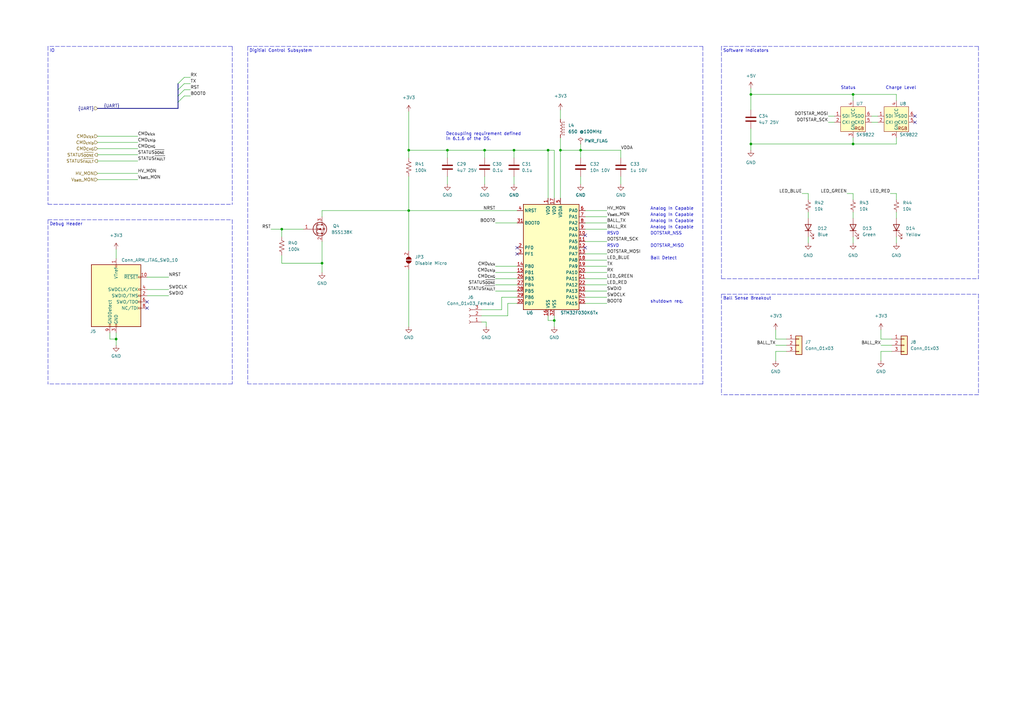
<source format=kicad_sch>
(kicad_sch (version 20211123) (generator eeschema)
  (paper "A3")
  (title_block (title "Kicker Board") (date "2023-02-03") (rev "v1.0.0") (company "A-Team") (comment 1 "Author: W. Stuckey"))
  (lib_symbols
    (symbol "AT-LED:SK9822"
      (property "Reference" "U" (at 1.27 6.35 0))
      (property "Value" "SK9822" (at 5.08 -6.35 0))
      (symbol "SK9822_0_0"
        (text "RGB" (at 2.54 -3.81 0) (effects (font (size 1.27 1.27))))
      )
      (symbol "SK9822_0_1"
        (rectangle (start -5.08 5.08) (end 5.08 -5.08) (stroke (width 0.1524)) (fill (type background)))
      )
      (symbol "SK9822_1_1"
        (pin input line (at -7.62 1.27 0) (length 2.54) (name "SDI") (number "1"))
        (pin input line (at -7.62 -1.27 0) (length 2.54) (name "CKI") (number "2"))
        (pin power_in line (at 0 -7.62 90) (length 2.54) (name "GND") (number "3"))
        (pin power_in line (at 0 7.62 270) (length 2.54) (name "VCC") (number "4"))
        (pin output line (at 7.62 -1.27 180) (length 2.54) (name "CKO") (number "5"))
        (pin output line (at 7.62 1.27 180) (length 2.54) (name "SDO") (number "6"))
      )
    )
    (symbol "Connector:Conn_01x03_Female" (pin_names (offset 1.016) hide)
      (property "Reference" "J" (at 0 5.08 0))
      (property "Value" "Conn_01x03_Female" (at 0 -5.08 0))
      (symbol "Conn_01x03_Female_1_1"
        (arc (start 0 -2.032) (mid -0.508 -2.54) (end 0 -3.048) (stroke (width 0.1524)))
        (polyline (pts (xy -1.27 -2.54) (xy -0.508 -2.54)) (stroke (width 0.1524)))
        (polyline (pts (xy -1.27 0) (xy -0.508 0)) (stroke (width 0.1524)))
        (polyline (pts (xy -1.27 2.54) (xy -0.508 2.54)) (stroke (width 0.1524)))
        (arc (start 0 0.508) (mid -0.508 0) (end 0 -0.508) (stroke (width 0.1524)))
        (arc (start 0 3.048) (mid -0.508 2.54) (end 0 2.032) (stroke (width 0.1524)))
        (pin passive line (at -5.08 2.54 0) (length 3.81) (name "Pin_1") (number "1"))
        (pin passive line (at -5.08 0 0) (length 3.81) (name "Pin_2") (number "2"))
        (pin passive line (at -5.08 -2.54 0) (length 3.81) (name "Pin_3") (number "3"))
      )
    )
    (symbol "Connector:Conn_ARM_JTAG_SWD_10" (pin_names (offset 1.016))
      (property "Reference" "J" (at -2.54 16.51 0))
      (property "Value" "Conn_ARM_JTAG_SWD_10" (at -2.54 13.97 0))
      (symbol "Conn_ARM_JTAG_SWD_10_0_1"
        (rectangle (start -10.16 12.7) (end 10.16 -12.7) (stroke (width 0.254)) (fill (type background)))
        (rectangle (start -2.794 -12.7) (end -2.286 -11.684))
        (rectangle (start -0.254 -12.7) (end 0.254 -11.684))
        (rectangle (start -0.254 12.7) (end 0.254 11.684))
        (rectangle (start 9.144 2.286) (end 10.16 2.794))
        (rectangle (start 10.16 -2.794) (end 9.144 -2.286))
        (rectangle (start 10.16 -0.254) (end 9.144 0.254))
        (rectangle (start 10.16 7.874) (end 9.144 7.366))
      )
      (symbol "Conn_ARM_JTAG_SWD_10_1_1"
        (rectangle (start 9.144 -5.334) (end 10.16 -4.826))
        (pin power_in line (at 0 15.24 270) (length 2.54) (name "VTref") (number "1"))
        (pin open_collector line (at 12.7 7.62 180) (length 2.54) (name "~{RESET}") (number "10"))
        (pin bidirectional line (at 12.7 0 180) (length 2.54) (name "SWDIO/TMS") (number "2"))
        (pin power_in line (at 0 -15.24 90) (length 2.54) (name "GND") (number "3"))
        (pin output line (at 12.7 2.54 180) (length 2.54) (name "SWDCLK/TCK") (number "4"))
        (pin passive line (at 0 -15.24 90) (length 2.54) hide (name "GND") (number "5"))
        (pin input line (at 12.7 -2.54 180) (length 2.54) (name "SWO/TDO") (number "6"))
        (pin no_connect line (at -10.16 0 0) (length 2.54) hide (name "KEY") (number "7"))
        (pin output line (at 12.7 -5.08 180) (length 2.54) (name "NC/TDI") (number "8"))
        (pin passive line (at -2.54 -15.24 90) (length 2.54) (name "GNDDetect") (number "9"))
      )
    )
    (symbol "Connector_Generic:Conn_01x03" (pin_names (offset 1.016) hide)
      (property "Reference" "J" (at 0 5.08 0))
      (property "Value" "Conn_01x03" (at 0 -5.08 0))
      (symbol "Conn_01x03_1_1"
        (rectangle (start -1.27 -2.413) (end 0 -2.667) (stroke (width 0.1524)))
        (rectangle (start -1.27 0.127) (end 0 -0.127) (stroke (width 0.1524)))
        (rectangle (start -1.27 2.667) (end 0 2.413) (stroke (width 0.1524)))
        (rectangle (start -1.27 3.81) (end 1.27 -3.81) (stroke (width 0.254)) (fill (type background)))
        (pin passive line (at -5.08 2.54 0) (length 3.81) (name "Pin_1") (number "1"))
        (pin passive line (at -5.08 0 0) (length 3.81) (name "Pin_2") (number "2"))
        (pin passive line (at -5.08 -2.54 0) (length 3.81) (name "Pin_3") (number "3"))
      )
    )
    (symbol "Device:C" (pin_numbers hide) (pin_names (offset 0.254))
      (property "Reference" "C" (at 0.635 2.54 0))
      (property "Value" "C" (at 0.635 -2.54 0))
      (symbol "C_0_1"
        (polyline (pts (xy -2.032 -0.762) (xy 2.032 -0.762)) (stroke (width 0.508)))
        (polyline (pts (xy -2.032 0.762) (xy 2.032 0.762)) (stroke (width 0.508)))
      )
      (symbol "C_1_1"
        (pin passive line (at 0 3.81 270) (length 2.794) (name "~") (number "1"))
        (pin passive line (at 0 -3.81 90) (length 2.794) (name "~") (number "2"))
      )
    )
    (symbol "Device:LED" (pin_numbers hide) (pin_names (offset 1.016) hide)
      (property "Reference" "D" (at 0 2.54 0))
      (property "Value" "LED" (at 0 -2.54 0))
      (symbol "LED_0_1"
        (polyline (pts (xy -1.27 -1.27) (xy -1.27 1.27)) (stroke (width 0.254)))
        (polyline (pts (xy -1.27 0) (xy 1.27 0)))
        (polyline (pts (xy 1.27 -1.27) (xy 1.27 1.27) (xy -1.27 0) (xy 1.27 -1.27)) (stroke (width 0.254)))
        (polyline (pts (xy -3.048 -0.762) (xy -4.572 -2.286) (xy -3.81 -2.286) (xy -4.572 -2.286) (xy -4.572 -1.524)))
        (polyline (pts (xy -1.778 -0.762) (xy -3.302 -2.286) (xy -2.54 -2.286) (xy -3.302 -2.286) (xy -3.302 -1.524)))
      )
      (symbol "LED_1_1"
        (pin passive line (at -3.81 0 0) (length 2.54) (name "K") (number "1"))
        (pin passive line (at 3.81 0 180) (length 2.54) (name "A") (number "2"))
      )
    )
    (symbol "Device:L_Ferrite" (pin_numbers hide) (pin_names (offset 1.016) hide)
      (property "Reference" "L" (at -1.27 0 90))
      (property "Value" "L_Ferrite" (at 2.794 0 90))
      (symbol "L_Ferrite_0_1"
        (arc (start 0 -2.54) (mid 0.635 -1.905) (end 0 -1.27))
        (arc (start 0 -1.27) (mid 0.635 -0.635) (end 0 0))
        (polyline (pts (xy 1.016 -2.794) (xy 1.016 -2.286)))
        (polyline (pts (xy 1.016 -1.778) (xy 1.016 -1.27)))
        (polyline (pts (xy 1.016 -0.762) (xy 1.016 -0.254)))
        (polyline (pts (xy 1.016 0.254) (xy 1.016 0.762)))
        (polyline (pts (xy 1.016 1.27) (xy 1.016 1.778)))
        (polyline (pts (xy 1.016 2.286) (xy 1.016 2.794)))
        (polyline (pts (xy 1.524 -2.286) (xy 1.524 -2.794)))
        (polyline (pts (xy 1.524 -1.27) (xy 1.524 -1.778)))
        (polyline (pts (xy 1.524 -0.254) (xy 1.524 -0.762)))
        (polyline (pts (xy 1.524 0.762) (xy 1.524 0.254)))
        (polyline (pts (xy 1.524 1.778) (xy 1.524 1.27)))
        (polyline (pts (xy 1.524 2.794) (xy 1.524 2.286)))
        (arc (start 0 0) (mid 0.635 0.635) (end 0 1.27))
        (arc (start 0 1.27) (mid 0.635 1.905) (end 0 2.54))
      )
      (symbol "L_Ferrite_1_1"
        (pin passive line (at 0 3.81 270) (length 1.27) (name "1") (number "1"))
        (pin passive line (at 0 -3.81 90) (length 1.27) (name "2") (number "2"))
      )
    )
    (symbol "Device:Q_NMOS_GSD" (pin_names (offset 0) hide)
      (property "Reference" "Q" (at 5.08 1.27 0))
      (property "Value" "Q_NMOS_GSD" (at 5.08 -1.27 0))
      (symbol "Q_NMOS_GSD_0_1"
        (polyline (pts (xy 0.254 0) (xy -2.54 0)))
        (polyline (pts (xy 0.254 1.905) (xy 0.254 -1.905)) (stroke (width 0.254)))
        (polyline (pts (xy 0.762 -1.27) (xy 0.762 -2.286)) (stroke (width 0.254)))
        (polyline (pts (xy 0.762 0.508) (xy 0.762 -0.508)) (stroke (width 0.254)))
        (polyline (pts (xy 0.762 2.286) (xy 0.762 1.27)) (stroke (width 0.254)))
        (polyline (pts (xy 2.54 2.54) (xy 2.54 1.778)))
        (polyline (pts (xy 2.54 -2.54) (xy 2.54 0) (xy 0.762 0)))
        (polyline (pts (xy 0.762 -1.778) (xy 3.302 -1.778) (xy 3.302 1.778) (xy 0.762 1.778)))
        (polyline (pts (xy 1.016 0) (xy 2.032 0.381) (xy 2.032 -0.381) (xy 1.016 0)) (fill (type outline)))
        (polyline (pts (xy 2.794 0.508) (xy 2.921 0.381) (xy 3.683 0.381) (xy 3.81 0.254)))
        (polyline (pts (xy 3.302 0.381) (xy 2.921 -0.254) (xy 3.683 -0.254) (xy 3.302 0.381)))
        (circle (center 1.651 0) (radius 2.794) (stroke (width 0.254)))
        (circle (center 2.54 -1.778) (radius 0.254) (fill (type outline)))
        (circle (center 2.54 1.778) (radius 0.254) (fill (type outline)))
      )
      (symbol "Q_NMOS_GSD_1_1"
        (pin input line (at -5.08 0 0) (length 2.54) (name "G") (number "1"))
        (pin passive line (at 2.54 -5.08 90) (length 2.54) (name "S") (number "2"))
        (pin passive line (at 2.54 5.08 270) (length 2.54) (name "D") (number "3"))
      )
    )
    (symbol "Device:R_Small_US" (pin_numbers hide) (pin_names (offset 0.254) hide)
      (property "Reference" "R" (at 0.762 0.508 0))
      (property "Value" "R_Small_US" (at 0.762 -1.016 0))
      (symbol "R_Small_US_1_1"
        (polyline (pts (xy 0 0) (xy 1.016 -0.381) (xy 0 -0.762) (xy -1.016 -1.143) (xy 0 -1.524)))
        (polyline (pts (xy 0 1.524) (xy 1.016 1.143) (xy 0 0.762) (xy -1.016 0.381) (xy 0 0)))
        (pin passive line (at 0 2.54 270) (length 1.016) (name "~") (number "1"))
        (pin passive line (at 0 -2.54 90) (length 1.016) (name "~") (number "2"))
      )
    )
    (symbol "Device:R_US" (pin_numbers hide) (pin_names (offset 0))
      (property "Reference" "R" (at 2.54 0 90))
      (property "Value" "R_US" (at -2.54 0 90))
      (symbol "R_US_0_1"
        (polyline (pts (xy 0 -2.286) (xy 0 -2.54)))
        (polyline (pts (xy 0 2.286) (xy 0 2.54)))
        (polyline (pts (xy 0 -0.762) (xy 1.016 -1.143) (xy 0 -1.524) (xy -1.016 -1.905) (xy 0 -2.286)))
        (polyline (pts (xy 0 0.762) (xy 1.016 0.381) (xy 0 0) (xy -1.016 -0.381) (xy 0 -0.762)))
        (polyline (pts (xy 0 2.286) (xy 1.016 1.905) (xy 0 1.524) (xy -1.016 1.143) (xy 0 0.762)))
      )
      (symbol "R_US_1_1"
        (pin passive line (at 0 3.81 270) (length 1.27) (name "~") (number "1"))
        (pin passive line (at 0 -3.81 90) (length 1.27) (name "~") (number "2"))
      )
    )
    (symbol "Jumper:SolderJumper_2_Open" (pin_names (offset 0) hide)
      (property "Reference" "JP" (at 0 2.032 0))
      (property "Value" "SolderJumper_2_Open" (at 0 -2.54 0))
      (symbol "SolderJumper_2_Open_0_1"
        (arc (start -0.254 1.016) (mid -1.27 0) (end -0.254 -1.016))
        (arc (start -0.254 1.016) (mid -1.27 0) (end -0.254 -1.016) (fill (type outline)))
        (polyline (pts (xy -0.254 1.016) (xy -0.254 -1.016)))
        (polyline (pts (xy 0.254 1.016) (xy 0.254 -1.016)))
        (arc (start 0.254 -1.016) (mid 1.27 0) (end 0.254 1.016))
        (arc (start 0.254 -1.016) (mid 1.27 0) (end 0.254 1.016) (fill (type outline)))
      )
      (symbol "SolderJumper_2_Open_1_1"
        (pin passive line (at -3.81 0 0) (length 2.54) (name "A") (number "1"))
        (pin passive line (at 3.81 0 180) (length 2.54) (name "B") (number "2"))
      )
    )
    (symbol "MCU_ST_STM32F0:STM32F030K6Tx"
      (property "Reference" "U" (at -12.7 21.59 0))
      (property "Value" "STM32F030K6Tx" (at 5.08 21.59 0))
      (symbol "STM32F030K6Tx_0_1"
        (rectangle (start -12.7 -22.86) (end 10.16 20.32) (stroke (width 0.254)) (fill (type background)))
      )
      (symbol "STM32F030K6Tx_1_1"
        (pin power_in line (at -2.54 22.86 270) (length 2.54) (name "VDD") (number "1"))
        (pin bidirectional line (at 12.7 7.62 180) (length 2.54) (name "PA4") (number "10"))
        (pin bidirectional line (at 12.7 5.08 180) (length 2.54) (name "PA5") (number "11"))
        (pin bidirectional line (at 12.7 2.54 180) (length 2.54) (name "PA6") (number "12"))
        (pin bidirectional line (at 12.7 0 180) (length 2.54) (name "PA7") (number "13"))
        (pin bidirectional line (at -15.24 -5.08 0) (length 2.54) (name "PB0") (number "14"))
        (pin bidirectional line (at -15.24 -7.62 0) (length 2.54) (name "PB1") (number "15"))
        (pin power_in line (at -2.54 -25.4 90) (length 2.54) (name "VSS") (number "16"))
        (pin power_in line (at 0 22.86 270) (length 2.54) (name "VDD") (number "17"))
        (pin bidirectional line (at 12.7 -2.54 180) (length 2.54) (name "PA8") (number "18"))
        (pin bidirectional line (at 12.7 -5.08 180) (length 2.54) (name "PA9") (number "19"))
        (pin input line (at -15.24 2.54 0) (length 2.54) (name "PF0") (number "2"))
        (pin bidirectional line (at 12.7 -7.62 180) (length 2.54) (name "PA10") (number "20"))
        (pin bidirectional line (at 12.7 -10.16 180) (length 2.54) (name "PA11") (number "21"))
        (pin bidirectional line (at 12.7 -12.7 180) (length 2.54) (name "PA12") (number "22"))
        (pin bidirectional line (at 12.7 -15.24 180) (length 2.54) (name "PA13") (number "23"))
        (pin bidirectional line (at 12.7 -17.78 180) (length 2.54) (name "PA14") (number "24"))
        (pin bidirectional line (at 12.7 -20.32 180) (length 2.54) (name "PA15") (number "25"))
        (pin bidirectional line (at -15.24 -10.16 0) (length 2.54) (name "PB3") (number "26"))
        (pin bidirectional line (at -15.24 -12.7 0) (length 2.54) (name "PB4") (number "27"))
        (pin bidirectional line (at -15.24 -15.24 0) (length 2.54) (name "PB5") (number "28"))
        (pin bidirectional line (at -15.24 -17.78 0) (length 2.54) (name "PB6") (number "29"))
        (pin input line (at -15.24 0 0) (length 2.54) (name "PF1") (number "3"))
        (pin bidirectional line (at -15.24 -20.32 0) (length 2.54) (name "PB7") (number "30"))
        (pin input line (at -15.24 12.7 0) (length 2.54) (name "BOOT0") (number "31"))
        (pin power_in line (at 0 -25.4 90) (length 2.54) (name "VSS") (number "32"))
        (pin input line (at -15.24 17.78 0) (length 2.54) (name "NRST") (number "4"))
        (pin power_in line (at 2.54 22.86 270) (length 2.54) (name "VDDA") (number "5"))
        (pin bidirectional line (at 12.7 17.78 180) (length 2.54) (name "PA0") (number "6"))
        (pin bidirectional line (at 12.7 15.24 180) (length 2.54) (name "PA1") (number "7"))
        (pin bidirectional line (at 12.7 12.7 180) (length 2.54) (name "PA2") (number "8"))
        (pin bidirectional line (at 12.7 10.16 180) (length 2.54) (name "PA3") (number "9"))
      )
    )
    (symbol "power:+3.3V" (power) (pin_names (offset 0))
      (property "Value" "+3.3V" (at 0 3.556 0))
      (symbol "+3.3V_0_1"
        (polyline (pts (xy -0.762 1.27) (xy 0 2.54)))
        (polyline (pts (xy 0 0) (xy 0 2.54)))
        (polyline (pts (xy 0 2.54) (xy 0.762 1.27)))
      )
      (symbol "+3.3V_1_1"
        (pin power_in line (at 0 0 90) (length 0) hide (name "+3V3") (number "1"))
      )
    )
    (symbol "power:+5V" (power) (pin_names (offset 0))
      (property "Value" "+5V" (at 0 3.556 0))
      (symbol "+5V_0_1"
        (polyline (pts (xy -0.762 1.27) (xy 0 2.54)))
        (polyline (pts (xy 0 0) (xy 0 2.54)))
        (polyline (pts (xy 0 2.54) (xy 0.762 1.27)))
      )
      (symbol "+5V_1_1"
        (pin power_in line (at 0 0 90) (length 0) hide (name "+5V") (number "1"))
      )
    )
    (symbol "power:GND" (power) (pin_names (offset 0))
      (property "Value" "GND" (at 0 -3.81 0))
      (symbol "GND_0_1"
        (polyline (pts (xy 0 0) (xy 0 -1.27) (xy 1.27 -1.27) (xy 0 -2.54) (xy -1.27 -1.27) (xy 0 -1.27)))
      )
      (symbol "GND_1_1"
        (pin power_in line (at 0 0 270) (length 0) hide (name "GND") (number "1"))
      )
    )
    (symbol "power:PWR_FLAG" (power) (pin_numbers hide) (pin_names (offset 0) hide)
      (property "Value" "PWR_FLAG" (at 0 3.81 0))
      (symbol "PWR_FLAG_0_0"
        (pin power_out line (at 0 0 90) (length 0) (name "pwr") (number "1"))
      )
      (symbol "PWR_FLAG_0_1"
        (polyline (pts (xy 0 0) (xy 0 1.27) (xy -1.016 1.905) (xy 0 2.54) (xy 1.016 1.905) (xy 0 1.27)))
      )
    )
  )
  (junction (at 349.885 38.735))
  (junction (at 167.64 61.595))
  (junction (at 238.125 61.595))
  (junction (at 224.79 61.595))
  (junction (at 349.885 59.055))
  (junction (at 167.64 86.36))
  (junction (at 183.515 61.595))
  (junction (at 307.975 38.735))
  (junction (at 132.08 107.95))
  (junction (at 198.755 61.595))
  (junction (at 115.57 93.98))
  (junction (at 307.975 59.055))
  (junction (at 210.82 61.595))
  (junction (at 227.33 131.445))
  (junction (at 229.87 61.595))
  (junction (at 47.625 139.065))
  (no_connect (at 60.325 126.365))
  (no_connect (at 60.325 123.825))
  (no_connect (at 375.285 47.625))
  (no_connect (at 375.285 50.165))
  (no_connect (at 212.09 101.6))
  (no_connect (at 212.09 104.14))
  (no_connect (at 240.03 101.6))
  (no_connect (at 240.03 96.52))
  (bus_entry (at 73.025 39.37) (size 2.54 -2.54))
  (bus_entry (at 73.025 41.91) (size 2.54 -2.54))
  (bus_entry (at 73.025 34.29) (size 2.54 -2.54))
  (bus_entry (at 73.025 36.83) (size 2.54 -2.54))
  (wire (pts (xy 132.08 86.36) (xy 132.08 88.9)))
  (wire (pts (xy 240.03 114.3) (xy 248.92 114.3)))
  (wire (pts (xy 167.64 72.39) (xy 167.64 86.36)))
  (wire (pts (xy 60.325 121.285) (xy 69.215 121.285)))
  (wire (pts (xy 60.325 118.745) (xy 69.215 118.745)))
  (wire (pts (xy 349.885 97.155) (xy 349.885 99.695)))
  (wire (pts (xy 75.565 39.37) (xy 78.105 39.37)))
  (wire (pts (xy 307.975 59.055) (xy 307.975 61.595)))
  (wire (pts (xy 40.005 63.5) (xy 56.515 63.5)))
  (bus (pts (xy 73.025 39.37) (xy 73.025 41.91)))
  (wire (pts (xy 349.885 79.375) (xy 349.885 81.915)))
  (wire (pts (xy 47.625 139.065) (xy 47.625 141.605)))
  (wire (pts (xy 210.82 72.39) (xy 210.82 75.565)))
  (wire (pts (xy 115.57 107.95) (xy 132.08 107.95)))
  (wire (pts (xy 198.755 72.39) (xy 198.755 75.565)))
  (wire (pts (xy 307.975 38.735) (xy 307.975 45.085)))
  (wire (pts (xy 203.2 116.84) (xy 212.09 116.84)))
  (wire (pts (xy 240.03 93.98) (xy 248.92 93.98)))
  (wire (pts (xy 227.33 131.445) (xy 227.33 133.985)))
  (wire (pts (xy 167.64 45.72) (xy 167.64 61.595)))
  (wire (pts (xy 229.87 45.085) (xy 229.87 48.895)))
  (wire (pts (xy 167.64 110.49) (xy 167.64 133.985)))
  (wire (pts (xy 367.665 79.375) (xy 367.665 81.915)))
  (wire (pts (xy 238.125 61.595) (xy 238.125 64.77)))
  (wire (pts (xy 40.005 73.66) (xy 56.515 73.66)))
  (bus (pts (xy 40.005 44.45) (xy 73.025 44.45)))
  (wire (pts (xy 367.665 56.515) (xy 367.665 59.055)))
  (wire (pts (xy 75.565 31.75) (xy 78.105 31.75)))
  (wire (pts (xy 199.39 132.08) (xy 197.485 132.08)))
  (wire (pts (xy 349.885 86.995) (xy 349.885 89.535)))
  (wire (pts (xy 331.47 97.155) (xy 331.47 99.695)))
  (polyline (pts (xy 295.91 120.65) (xy 401.32 120.65)))
  (wire (pts (xy 361.315 139.065) (xy 365.76 139.065)))
  (polyline (pts (xy 95.25 19.05) (xy 19.685 19.05)))
  (wire (pts (xy 240.03 121.92) (xy 248.92 121.92)))
  (wire (pts (xy 45.085 139.065) (xy 47.625 139.065)))
  (bus (pts (xy 73.025 36.83) (xy 73.025 39.37)))
  (wire (pts (xy 318.135 144.145) (xy 322.58 144.145)))
  (wire (pts (xy 347.345 79.375) (xy 349.885 79.375)))
  (wire (pts (xy 60.325 113.665) (xy 69.215 113.665)))
  (wire (pts (xy 208.28 124.46) (xy 208.28 129.54)))
  (wire (pts (xy 307.975 52.705) (xy 307.975 59.055)))
  (polyline (pts (xy 401.32 19.05) (xy 401.32 114.3)))
  (wire (pts (xy 167.64 86.36) (xy 212.09 86.36)))
  (wire (pts (xy 198.755 61.595) (xy 198.755 64.77)))
  (wire (pts (xy 40.005 55.88) (xy 56.515 55.88)))
  (wire (pts (xy 240.03 99.06) (xy 248.92 99.06)))
  (polyline (pts (xy 295.91 114.3) (xy 401.32 114.3)))
  (wire (pts (xy 183.515 72.39) (xy 183.515 75.565)))
  (wire (pts (xy 203.2 119.38) (xy 212.09 119.38)))
  (wire (pts (xy 203.2 109.22) (xy 212.09 109.22)))
  (wire (pts (xy 360.045 47.625) (xy 357.505 47.625)))
  (wire (pts (xy 307.975 59.055) (xy 349.885 59.055)))
  (wire (pts (xy 132.08 86.36) (xy 167.64 86.36)))
  (polyline (pts (xy 288.29 19.05) (xy 288.29 157.48)))
  (wire (pts (xy 40.005 60.96) (xy 56.515 60.96)))
  (wire (pts (xy 224.79 81.28) (xy 224.79 61.595)))
  (polyline (pts (xy 95.25 19.05) (xy 95.25 83.82)))
  (wire (pts (xy 212.09 124.46) (xy 208.28 124.46)))
  (wire (pts (xy 318.135 135.255) (xy 318.135 139.065)))
  (polyline (pts (xy 101.6 19.05) (xy 101.6 157.48)))
  (wire (pts (xy 227.33 61.595) (xy 224.79 61.595)))
  (wire (pts (xy 240.03 106.68) (xy 248.92 106.68)))
  (polyline (pts (xy 401.32 19.05) (xy 295.91 19.05)))
  (wire (pts (xy 361.315 147.955) (xy 361.315 144.145)))
  (wire (pts (xy 248.92 124.46) (xy 240.03 124.46)))
  (wire (pts (xy 45.085 136.525) (xy 45.085 139.065)))
  (wire (pts (xy 238.125 72.39) (xy 238.125 75.565)))
  (wire (pts (xy 115.57 93.98) (xy 124.46 93.98)))
  (wire (pts (xy 361.315 141.605) (xy 365.76 141.605)))
  (polyline (pts (xy 19.685 83.82) (xy 95.25 83.82)))
  (wire (pts (xy 183.515 61.595) (xy 167.64 61.595)))
  (wire (pts (xy 240.03 86.36) (xy 248.92 86.36)))
  (wire (pts (xy 331.47 79.375) (xy 331.47 81.915)))
  (wire (pts (xy 240.03 111.76) (xy 248.92 111.76)))
  (wire (pts (xy 361.315 135.255) (xy 361.315 139.065)))
  (wire (pts (xy 167.64 86.36) (xy 167.64 102.87)))
  (wire (pts (xy 210.82 61.595) (xy 210.82 64.77)))
  (wire (pts (xy 115.57 93.98) (xy 115.57 97.155)))
  (wire (pts (xy 254.635 61.595) (xy 254.635 64.77)))
  (polyline (pts (xy 19.685 90.17) (xy 95.25 90.17)))
  (wire (pts (xy 339.725 47.625) (xy 342.265 47.625)))
  (wire (pts (xy 318.135 147.955) (xy 318.135 144.145)))
  (wire (pts (xy 361.315 144.145) (xy 365.76 144.145)))
  (wire (pts (xy 349.885 38.735) (xy 367.665 38.735)))
  (wire (pts (xy 339.725 50.165) (xy 342.265 50.165)))
  (wire (pts (xy 132.08 107.95) (xy 132.08 111.76)))
  (wire (pts (xy 47.625 102.235) (xy 47.625 106.045)))
  (wire (pts (xy 328.93 79.375) (xy 331.47 79.375)))
  (wire (pts (xy 210.82 61.595) (xy 198.755 61.595)))
  (wire (pts (xy 212.09 121.92) (xy 205.74 121.92)))
  (wire (pts (xy 367.665 86.995) (xy 367.665 89.535)))
  (wire (pts (xy 75.565 34.29) (xy 78.105 34.29)))
  (wire (pts (xy 167.64 61.595) (xy 167.64 64.77)))
  (wire (pts (xy 229.87 61.595) (xy 238.125 61.595)))
  (wire (pts (xy 240.03 119.38) (xy 248.92 119.38)))
  (wire (pts (xy 367.665 97.155) (xy 367.665 99.695)))
  (wire (pts (xy 205.74 127) (xy 197.485 127)))
  (wire (pts (xy 349.885 56.515) (xy 349.885 59.055)))
  (wire (pts (xy 203.2 114.3) (xy 212.09 114.3)))
  (polyline (pts (xy 401.32 120.65) (xy 401.32 161.925)))
  (wire (pts (xy 240.03 109.22) (xy 248.92 109.22)))
  (wire (pts (xy 75.565 36.83) (xy 78.105 36.83)))
  (wire (pts (xy 229.87 81.28) (xy 229.87 61.595)))
  (polyline (pts (xy 295.91 19.05) (xy 295.91 114.3)))
  (wire (pts (xy 349.885 38.735) (xy 349.885 41.275)))
  (wire (pts (xy 115.57 104.775) (xy 115.57 107.95)))
  (polyline (pts (xy 19.685 19.05) (xy 19.685 83.82)))
  (wire (pts (xy 203.2 111.76) (xy 212.09 111.76)))
  (polyline (pts (xy 295.91 120.65) (xy 295.91 161.925)))
  (wire (pts (xy 318.135 141.605) (xy 322.58 141.605)))
  (bus (pts (xy 73.025 34.29) (xy 73.025 36.83)))
  (wire (pts (xy 205.74 121.92) (xy 205.74 127)))
  (wire (pts (xy 40.005 71.12) (xy 56.515 71.12)))
  (wire (pts (xy 203.2 91.44) (xy 212.09 91.44)))
  (polyline (pts (xy 288.29 157.48) (xy 101.6 157.48)))
  (wire (pts (xy 47.625 136.525) (xy 47.625 139.065)))
  (wire (pts (xy 318.135 139.065) (xy 322.58 139.065)))
  (wire (pts (xy 183.515 61.595) (xy 183.515 64.77)))
  (wire (pts (xy 240.03 91.44) (xy 248.92 91.44)))
  (wire (pts (xy 240.03 104.14) (xy 248.92 104.14)))
  (wire (pts (xy 365.125 79.375) (xy 367.665 79.375)))
  (wire (pts (xy 229.87 61.595) (xy 229.87 56.515)))
  (bus (pts (xy 73.025 41.91) (xy 73.025 44.45)))
  (wire (pts (xy 240.03 116.84) (xy 248.92 116.84)))
  (polyline (pts (xy 95.25 90.17) (xy 95.25 157.48)))
  (wire (pts (xy 360.045 50.165) (xy 357.505 50.165)))
  (polyline (pts (xy 95.25 157.48) (xy 19.685 157.48)))
  (wire (pts (xy 349.885 59.055) (xy 367.665 59.055)))
  (wire (pts (xy 199.39 133.985) (xy 199.39 132.08)))
  (polyline (pts (xy 401.32 161.925) (xy 295.91 161.925)))
  (wire (pts (xy 254.635 72.39) (xy 254.635 75.565)))
  (wire (pts (xy 208.28 129.54) (xy 197.485 129.54)))
  (wire (pts (xy 227.33 129.54) (xy 227.33 131.445)))
  (wire (pts (xy 240.03 88.9) (xy 248.92 88.9)))
  (wire (pts (xy 224.79 61.595) (xy 210.82 61.595)))
  (wire (pts (xy 40.005 58.42) (xy 56.515 58.42)))
  (wire (pts (xy 40.005 66.04) (xy 56.515 66.04)))
  (wire (pts (xy 224.79 129.54) (xy 224.79 131.445)))
  (wire (pts (xy 307.975 38.735) (xy 349.885 38.735)))
  (wire (pts (xy 238.125 59.055) (xy 238.125 61.595)))
  (polyline (pts (xy 101.6 19.05) (xy 288.29 19.05)))
  (wire (pts (xy 111.125 93.98) (xy 115.57 93.98)))
  (wire (pts (xy 132.08 99.06) (xy 132.08 107.95)))
  (wire (pts (xy 198.755 61.595) (xy 183.515 61.595)))
  (wire (pts (xy 238.125 61.595) (xy 254.635 61.595)))
  (wire (pts (xy 307.975 36.195) (xy 307.975 38.735)))
  (wire (pts (xy 227.33 81.28) (xy 227.33 61.595)))
  (wire (pts (xy 367.665 38.735) (xy 367.665 41.275)))
  (wire (pts (xy 224.79 131.445) (xy 227.33 131.445)))
  (polyline (pts (xy 19.685 90.17) (xy 19.685 157.48)))
  (wire (pts (xy 331.47 86.995) (xy 331.47 89.535)))
  (text "shutdown req." (at 266.7 124.46 0) (effects (font (size 1.27 1.27)) (justify left bottom)))
  (text "Analog In Capable" (at 266.7 88.9 0) (effects (font (size 1.27 1.27)) (justify left bottom)))
  (text "Analog In Capable" (at 266.7 86.36 0) (effects (font (size 1.27 1.27)) (justify left bottom)))
  (text "Ball Sense Breakout" (at 296.545 123.19 0) (effects (font (size 1.27 1.27)) (justify left bottom)))
  (text "Debug Header" (at 20.32 92.71 0) (effects (font (size 1.27 1.27)) (justify left bottom)))
  (text "DOTSTAR_NSS" (at 266.7 96.52 0) (effects (font (size 1.27 1.27)) (justify left bottom)))
  (text "Analog In Capable" (at 266.7 91.44 0) (effects (font (size 1.27 1.27)) (justify left bottom)))
  (text "Charge Level" (at 363.22 36.83 0) (effects (font (size 1.27 1.27)) (justify left bottom)))
  (text "IO" (at 20.32 21.59 0) (effects (font (size 1.27 1.27)) (justify left bottom)))
  (text "Decoupling requirement defined \nin 6.1.6 of the DS.\n" (at 182.88 57.785 0) (effects (font (size 1.27 1.27)) (justify left bottom)))
  (text "RSVD" (at 248.92 101.6 0) (effects (font (size 1.27 1.27)) (justify left bottom)))
  (text "Status" (at 344.805 36.83 0) (effects (font (size 1.27 1.27)) (justify left bottom)))
  (text "Analog In Capable" (at 266.7 93.98 0) (effects (font (size 1.27 1.27)) (justify left bottom)))
  (text "Digitial Control Subsystem" (at 102.235 21.59 0) (effects (font (size 1.27 1.27)) (justify left bottom)))
  (text "Ball Detect" (at 266.7 106.68 0) (effects (font (size 1.27 1.27)) (justify left bottom)))
  (text "DOTSTAR_MISO" (at 266.7 101.6 0) (effects (font (size 1.27 1.27)) (justify left bottom)))
  (text "Software Indicators" (at 296.545 21.59 0) (effects (font (size 1.27 1.27)) (justify left bottom)))
  (text "RSVD" (at 248.92 96.52 0) (effects (font (size 1.27 1.27)) (justify left bottom)))
  (label "CMD_{chip}" (at 56.515 58.42 0))
  (label "BOOT0" (at 203.2 91.44 180))
  (label "CMD_{CHG}" (at 56.515 60.96 0))
  (label "BALL_TX" (at 318.135 141.605 180))
  (label "DOTSTAR_MOSI" (at 339.725 47.625 180))
  (label "BOOT0" (at 78.105 39.37 0))
  (label "NRST" (at 69.215 113.665 0))
  (label "CMD_{chip}" (at 203.2 111.76 180))
  (label "LED_RED" (at 365.125 79.375 180))
  (label "LED_BLUE" (at 328.93 79.375 180))
  (label "{UART}" (at 42.545 44.45 0))
  (label "SWDIO" (at 248.92 119.38 0))
  (label "BALL_RX" (at 248.92 93.98 0))
  (label "STATUS_{~{DONE}}" (at 203.2 116.84 180))
  (label "DOTSTAR_SCK" (at 248.92 99.06 0))
  (label "RST" (at 111.125 93.98 180))
  (label "STATUS_{~{DONE}}" (at 56.515 63.5 0))
  (label "HV_MON" (at 248.92 86.36 0))
  (label "CMD_{CHG}" (at 203.2 114.3 180))
  (label "LED_GREEN" (at 248.92 114.3 0))
  (label "V_{batt}_MON" (at 248.92 88.9 0))
  (label "LED_GREEN" (at 347.345 79.375 180))
  (label "NRST" (at 203.2 86.36 180))
  (label "DOTSTAR_SCK" (at 339.725 50.165 180))
  (label "LED_RED" (at 248.92 116.84 0))
  (label "CMD_{kick}" (at 203.2 109.22 180))
  (label "BOOT0" (at 248.92 124.46 0))
  (label "RX" (at 78.105 31.75 0))
  (label "BALL_TX" (at 248.92 91.44 0))
  (label "SWDCLK" (at 69.215 118.745 0))
  (label "LED_BLUE" (at 248.92 106.68 0))
  (label "STATUS_{~{FAULT}}" (at 203.2 119.38 180))
  (label "SWDIO" (at 69.215 121.285 0))
  (label "VDDA" (at 254.635 61.595 0))
  (label "SWDCLK" (at 248.92 121.92 0))
  (label "RST" (at 78.105 36.83 0))
  (label "DOTSTAR_MOSI" (at 248.92 104.14 0))
  (label "V_{batt}_MON" (at 56.515 73.66 0))
  (label "TX" (at 248.92 109.22 0))
  (label "RX" (at 248.92 111.76 0))
  (label "HV_MON" (at 56.515 71.12 0))
  (label "BALL_RX" (at 361.315 141.605 180))
  (label "CMD_{kick}" (at 56.515 55.88 0))
  (label "STATUS_{~{FAULT}}" (at 56.515 66.04 0))
  (label "TX" (at 78.105 34.29 0))
  (hierarchical_label "STATUS_{~{DONE}}" (shape output) (at 40.005 63.5 180))
  (hierarchical_label "CMD_{CHG}" (shape input) (at 40.005 60.96 180))
  (hierarchical_label "STATUS_{~{FAULT}}" (shape output) (at 40.005 66.04 180))
  (hierarchical_label "CMD_{chip}" (shape input) (at 40.005 58.42 180))
  (hierarchical_label "V_{batt}_MON" (shape input) (at 40.005 73.66 180))
  (hierarchical_label "{UART}" (shape input) (at 40.005 44.45 180))
  (hierarchical_label "HV_MON" (shape input) (at 40.005 71.12 180))
  (hierarchical_label "CMD_{kick}" (shape input) (at 40.005 55.88 180))
  (symbol (lib_id "Jumper:SolderJumper_2_Open") (at 167.64 106.68 90) (unit 1)
    (property "Reference" "JP3" (at 170.18 105.4099 90) (effects (justify right)))
    (property "Value" "Disable Micro" (at 170.18 107.9499 90) (effects (justify right)))
    (property "Footprint" "Jumper:SolderJumper-2_P1.3mm_Open_RoundedPad1.0x1.5mm" (effects hide))
  )
  (symbol (lib_id "power:+3.3V") (at 47.625 102.235 0) (unit 1)
    (property "Reference" "#PWR069" (effects hide))
    (property "Value" "+3.3V" (at 47.625 96.52 0))
  )
  (symbol (lib_id "Device:R_US") (at 167.64 68.58 0) (unit 1)
    (property "Reference" "R41" (at 170.18 67.3099 0) (effects (justify left)))
    (property "Value" "100k" (at 170.18 69.8499 0) (effects (justify left)))
    (property "Footprint" "Resistor_SMD:R_0603_1608Metric" (effects hide))
  )
  (symbol (lib_id "Device:C") (at 210.82 68.58 0) (unit 1)
    (property "Reference" "C31" (at 213.995 67.3099 0) (effects (justify left)))
    (property "Value" "0.1u" (at 213.995 69.8499 0) (effects (justify left)))
    (property "Footprint" "Capacitor_SMD:C_0603_1608Metric" (effects hide))
  )
  (symbol (lib_id "power:+3.3V") (at 229.87 45.085 0) (unit 1)
    (property "Reference" "#PWR079" (effects hide))
    (property "Value" "+3.3V" (at 229.87 39.37 0))
  )
  (symbol (lib_id "power:GND") (at 199.39 133.985 0) (unit 1)
    (property "Reference" "#PWR076" (effects hide))
    (property "Value" "GND" (at 199.39 138.43 0))
  )
  (symbol (lib_id "power:GND") (at 361.315 147.955 0) (unit 1)
    (property "Reference" "#PWR089" (effects hide))
    (property "Value" "GND" (at 361.315 152.4 0))
  )
  (symbol (lib_id "power:GND") (at 47.625 141.605 0) (unit 1)
    (property "Reference" "#PWR070" (effects hide))
    (property "Value" "GND" (at 47.625 146.05 0))
  )
  (symbol (lib_id "Device:C") (at 183.515 68.58 0) (unit 1)
    (property "Reference" "C29" (at 187.325 67.3099 0) (effects (justify left)))
    (property "Value" "4u7 25V" (at 187.325 69.8499 0) (effects (justify left)))
    (property "Footprint" "Capacitor_SMD:C_0805_2012Metric" (effects hide))
  )
  (symbol (lib_id "power:+5V") (at 307.975 36.195 0) (unit 1)
    (property "Reference" "#PWR082" (effects hide))
    (property "Value" "+5V" (at 307.975 31.115 0))
  )
  (symbol (lib_id "Device:R_Small_US") (at 349.885 84.455 0) (unit 1)
    (property "Reference" "R43" (at 352.425 83.1849 0) (effects (justify left)))
    (property "Value" "10k" (at 352.425 85.7249 0) (effects (justify left)))
    (property "Footprint" "Resistor_SMD:R_0603_1608Metric" (effects hide))
  )
  (symbol (lib_id "power:+3.3V") (at 361.315 135.255 0) (unit 1)
    (property "Reference" "#PWR088" (effects hide))
    (property "Value" "+3.3V" (at 361.315 129.54 0))
  )
  (symbol (lib_id "Connector:Conn_ARM_JTAG_SWD_10") (at 47.625 121.285 0) (unit 1)
    (property "Reference" "J5" (at 39.37 135.89 0) (effects (justify right)))
    (property "Value" "Conn_ARM_JTAG_SWD_10" (at 73.025 106.68 0) (effects (justify right)))
    (property "Footprint" "AT-Connectors:Samtec-2x5pin-0.5mm" (effects hide))
    (property "Datasheet" "http://infocenter.arm.com/help/topic/com.arm.doc.ddi0314h/DDI0314H_coresight_components_trm.pdf" (effects hide))
  )
  (symbol (lib_id "power:GND") (at 238.125 75.565 0) (mirror y) (unit 1)
    (property "Reference" "#PWR080" (effects hide))
    (property "Value" "GND" (at 238.125 80.01 0))
  )
  (symbol (lib_id "Device:C") (at 307.975 48.895 180) (unit 1)
    (property "Reference" "C34" (at 311.15 47.6249 0) (effects (justify right)))
    (property "Value" "4u7 25V" (at 311.15 50.1649 0) (effects (justify right)))
    (property "Footprint" "Capacitor_SMD:C_0805_2012Metric" (effects hide))
  )
  (symbol (lib_id "Device:R_Small_US") (at 331.47 84.455 0) (unit 1)
    (property "Reference" "R42" (at 334.01 83.1849 0) (effects (justify left)))
    (property "Value" "10k" (at 334.01 85.7249 0) (effects (justify left)))
    (property "Footprint" "Resistor_SMD:R_0603_1608Metric" (effects hide))
  )
  (symbol (lib_id "Device:R_US") (at 115.57 100.965 0) (unit 1)
    (property "Reference" "R40" (at 118.11 99.6949 0) (effects (justify left)))
    (property "Value" "100k" (at 118.11 102.2349 0) (effects (justify left)))
    (property "Footprint" "Resistor_SMD:R_0603_1608Metric" (effects hide))
  )
  (symbol (lib_id "Device:R_Small_US") (at 367.665 84.455 0) (unit 1)
    (property "Reference" "R44" (at 370.205 83.1849 0) (effects (justify left)))
    (property "Value" "10k" (at 370.205 85.7249 0) (effects (justify left)))
    (property "Footprint" "Resistor_SMD:R_0603_1608Metric" (effects hide))
  )
  (symbol (lib_id "power:+3.3V") (at 167.64 45.72 0) (unit 1)
    (property "Reference" "#PWR072" (effects hide))
    (property "Value" "+3.3V" (at 167.64 40.005 0))
  )
  (symbol (lib_id "Device:LED") (at 349.885 93.345 90) (unit 1)
    (property "Reference" "D13" (at 353.695 93.6624 90) (effects (justify right)))
    (property "Value" "Green" (at 353.695 96.2024 90) (effects (justify right)))
    (property "Footprint" "AT-LED:LED0603" (effects hide))
  )
  (symbol (lib_id "power:GND") (at 318.135 147.955 0) (unit 1)
    (property "Reference" "#PWR085" (effects hide))
    (property "Value" "GND" (at 318.135 152.4 0))
  )
  (symbol (lib_id "power:GND") (at 254.635 75.565 0) (mirror y) (unit 1)
    (property "Reference" "#PWR081" (effects hide))
    (property "Value" "GND" (at 254.635 80.01 0))
  )
  (symbol (lib_id "Device:C") (at 198.755 68.58 0) (unit 1)
    (property "Reference" "C30" (at 201.93 67.3099 0) (effects (justify left)))
    (property "Value" "0.1u" (at 201.93 69.8499 0) (effects (justify left)))
    (property "Footprint" "Capacitor_SMD:C_0603_1608Metric" (effects hide))
  )
  (symbol (lib_id "power:GND") (at 183.515 75.565 0) (unit 1)
    (property "Reference" "#PWR074" (effects hide))
    (property "Value" "GND" (at 183.515 80.01 0))
  )
  (symbol (lib_id "power:GND") (at 307.975 61.595 0) (unit 1)
    (property "Reference" "#PWR083" (effects hide))
    (property "Value" "GND" (at 307.975 66.675 0))
  )
  (symbol (lib_id "Device:L_Ferrite") (at 229.87 52.705 0) (unit 1)
    (property "Reference" "L4" (at 233.045 51.4349 0) (effects (justify left)))
    (property "Value" "650 @100MHz" (at 233.045 53.9749 0) (effects (justify left)))
    (property "Footprint" "Resistor_SMD:R_0603_1608Metric" (effects hide))
    (property "Datasheet" "HZ0603C651R-10" (effects hide))
  )
  (symbol (lib_id "power:GND") (at 167.64 133.985 0) (unit 1)
    (property "Reference" "#PWR073" (effects hide))
    (property "Value" "GND" (at 167.64 138.43 0))
  )
  (symbol (lib_id "power:PWR_FLAG") (at 238.125 59.055 0) (unit 1)
    (property "Reference" "#FLG08" (effects hide))
    (property "Value" "PWR_FLAG" (at 244.475 57.785 0))
  )
  (symbol (lib_id "power:GND") (at 198.755 75.565 0) (unit 1)
    (property "Reference" "#PWR075" (effects hide))
    (property "Value" "GND" (at 198.755 80.01 0))
  )
  (symbol (lib_id "Device:C") (at 254.635 68.58 0) (mirror y) (unit 1)
    (property "Reference" "C33" (at 258.445 67.3099 0) (effects (justify right)))
    (property "Value" "1u 10V" (at 258.445 69.8499 0) (effects (justify right)))
    (property "Footprint" "Capacitor_SMD:C_0603_1608Metric" (effects hide))
  )
  (symbol (lib_id "Device:C") (at 238.125 68.58 0) (mirror y) (unit 1)
    (property "Reference" "C32" (at 241.935 67.3099 0) (effects (justify right)))
    (property "Value" "10n 10V" (at 241.935 69.8499 0) (effects (justify right)))
    (property "Footprint" "Capacitor_SMD:C_0603_1608Metric" (effects hide))
  )
  (symbol (lib_id "Connector:Conn_01x03_Female") (at 192.405 129.54 180) (unit 1)
    (property "Reference" "J6" (at 193.04 121.92 0))
    (property "Value" "Conn_01x03_Female" (at 193.04 124.46 0))
    (property "Footprint" "Connector_PinHeader_1.27mm:PinHeader_1x03_P1.27mm_Vertical" (effects hide))
  )
  (symbol (lib_id "power:GND") (at 227.33 133.985 0) (unit 1)
    (property "Reference" "#PWR078" (effects hide))
    (property "Value" "GND" (at 227.33 138.43 0))
  )
  (symbol (lib_id "AT-LED:SK9822") (at 367.665 48.895 0) (unit 1)
    (property "Reference" "U8" (at 368.935 42.545 0) (effects (justify left)))
    (property "Value" "SK9822" (at 368.935 55.245 0) (effects (justify left)))
    (property "Footprint" "AT-LED:SK9822" (effects hide))
    (property "Datasheet" "https://cdn-shop.adafruit.com/product-files/2343/SK9822_SHIJI.pdf" (effects hide))
  )
  (symbol (lib_id "Device:LED") (at 367.665 93.345 90) (unit 1)
    (property "Reference" "D14" (at 371.475 93.6624 90) (effects (justify right)))
    (property "Value" "Yellow" (at 371.475 96.2024 90) (effects (justify right)))
    (property "Footprint" "AT-LED:LED0603" (effects hide))
  )
  (symbol (lib_id "AT-LED:SK9822") (at 349.885 48.895 0) (unit 1)
    (property "Reference" "U7" (at 351.155 42.545 0) (effects (justify left)))
    (property "Value" "SK9822" (at 351.155 55.245 0) (effects (justify left)))
    (property "Footprint" "AT-LED:SK9822" (effects hide))
    (property "Datasheet" "https://cdn-shop.adafruit.com/product-files/2343/SK9822_SHIJI.pdf" (effects hide))
  )
  (symbol (lib_id "power:GND") (at 331.47 99.695 0) (unit 1)
    (property "Reference" "#PWR086" (effects hide))
    (property "Value" "GND" (at 331.47 104.775 0))
  )
  (symbol (lib_id "Device:LED") (at 331.47 93.345 90) (unit 1)
    (property "Reference" "D12" (at 335.28 93.6624 90) (effects (justify right)))
    (property "Value" "Blue" (at 335.28 96.2024 90) (effects (justify right)))
    (property "Footprint" "AT-LED:LED0603" (effects hide))
  )
  (symbol (lib_id "MCU_ST_STM32F0:STM32F030K6Tx") (at 227.33 104.14 0) (unit 1)
    (property "Reference" "U6" (at 215.9 128.27 0) (effects (justify left)))
    (property "Value" "STM32F030K6Tx" (at 229.87 128.27 0) (effects (justify left)))
    (property "Footprint" "Package_QFP:LQFP-32_7x7mm_P0.8mm" (effects hide))
    (property "Datasheet" "http://www.st.com/st-web-ui/static/active/en/resource/technical/document/datasheet/DM00088500.pdf" (effects hide))
  )
  (symbol (lib_id "power:+3.3V") (at 318.135 135.255 0) (unit 1)
    (property "Reference" "#PWR084" (effects hide))
    (property "Value" "+3.3V" (at 318.135 129.54 0))
  )
  (symbol (lib_id "power:GND") (at 367.665 99.695 0) (unit 1)
    (property "Reference" "#PWR090" (effects hide))
    (property "Value" "GND" (at 367.665 104.775 0))
  )
  (symbol (lib_id "Connector_Generic:Conn_01x03") (at 327.66 141.605 0) (unit 1)
    (property "Reference" "J7" (at 330.2 140.3349 0) (effects (justify left)))
    (property "Value" "Conn_01x03" (at 330.2 142.8749 0) (effects (justify left)))
    (property "Footprint" "Connector_JST:JST_SH_SM03B-SRSS-TB_1x03-1MP_P1.00mm_Horizontal" (effects hide))
  )
  (symbol (lib_id "Device:Q_NMOS_GSD") (at 129.54 93.98 0) (unit 1)
    (property "Reference" "Q4" (at 136.525 92.71 0) (effects (justify left)))
    (property "Value" "BSS138K" (at 135.89 95.2499 0) (effects (justify left)))
    (property "Footprint" "Package_TO_SOT_SMD:SOT-23" (effects hide))
  )
  (symbol (lib_id "power:GND") (at 210.82 75.565 0) (unit 1)
    (property "Reference" "#PWR077" (effects hide))
    (property "Value" "GND" (at 210.82 80.01 0))
  )
  (symbol (lib_id "power:GND") (at 349.885 99.695 0) (unit 1)
    (property "Reference" "#PWR087" (effects hide))
    (property "Value" "GND" (at 349.885 104.775 0))
  )
  (symbol (lib_id "power:GND") (at 132.08 111.76 0) (unit 1)
    (property "Reference" "#PWR071" (effects hide))
    (property "Value" "GND" (at 132.08 116.205 0))
  )
  (symbol (lib_id "Connector_Generic:Conn_01x03") (at 370.84 141.605 0) (unit 1)
    (property "Reference" "J8" (at 373.38 140.3349 0) (effects (justify left)))
    (property "Value" "Conn_01x03" (at 373.38 142.8749 0) (effects (justify left)))
    (property "Footprint" "Connector_JST:JST_SH_SM03B-SRSS-TB_1x03-1MP_P1.00mm_Horizontal" (effects hide))
  )
)
</source>
